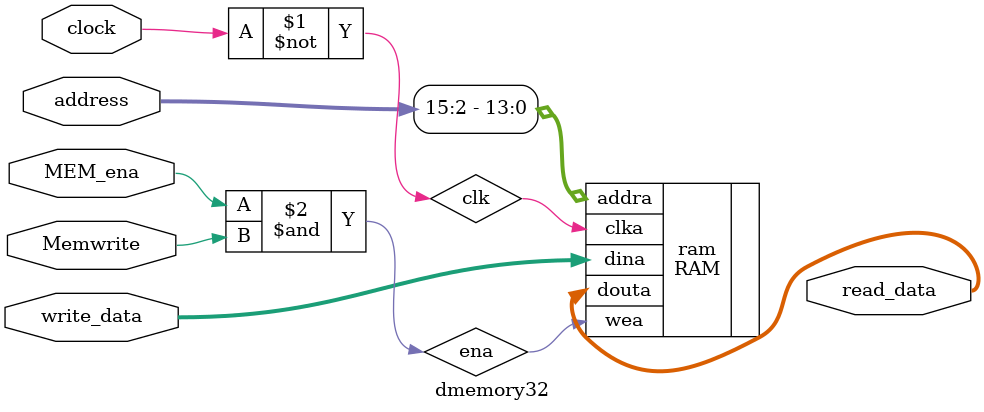
<source format=v>
`timescale 1ns / 1ps


module dmemory32(address, write_data, Memwrite, MEM_ena, clock, read_data);
input               clock;
input   [31:0]      address;
input   [31:0]      write_data;
input               Memwrite;
input               MEM_ena;
output  [31:0]      read_data;

wire                clk;
wire                ena;
assign clk = ~clock;
assign ena = MEM_ena & Memwrite;

RAM ram(
        .clka(clk),
        .wea(ena),
        .addra(address[15:2]),
        .dina(write_data),
        .douta(read_data)
    );
endmodule

</source>
